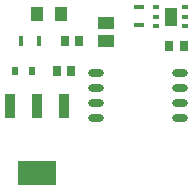
<source format=gtp>
G04*
G04 #@! TF.GenerationSoftware,Altium Limited,Altium Designer,20.1.14 (287)*
G04*
G04 Layer_Color=8421504*
%FSLAX24Y24*%
%MOIN*%
G70*
G04*
G04 #@! TF.SameCoordinates,A3AF8FF9-738B-471D-B888-556D1E7F3E26*
G04*
G04*
G04 #@! TF.FilePolarity,Positive*
G04*
G01*
G75*
%ADD16O,0.0531X0.0236*%
%ADD17R,0.0236X0.0315*%
%ADD18R,0.0413X0.0591*%
%ADD19R,0.0217X0.0158*%
%ADD20R,0.1260X0.0827*%
%ADD21R,0.0354X0.0827*%
%ADD22R,0.0433X0.0472*%
%ADD23R,0.0177X0.0335*%
%ADD24R,0.0276X0.0335*%
%ADD25R,0.0531X0.0413*%
%ADD26R,0.0335X0.0177*%
%ADD27R,0.0295X0.0335*%
D16*
X28390Y41470D02*
D03*
Y41970D02*
D03*
Y42470D02*
D03*
Y42970D02*
D03*
X25614Y41470D02*
D03*
Y41970D02*
D03*
Y42470D02*
D03*
Y42970D02*
D03*
D17*
X22899Y43010D02*
D03*
X23470D02*
D03*
D18*
X28100Y44830D02*
D03*
D19*
X28582Y45145D02*
D03*
Y44830D02*
D03*
Y44515D02*
D03*
X27618Y45145D02*
D03*
Y44830D02*
D03*
Y44515D02*
D03*
D20*
X23640Y39618D02*
D03*
D21*
X22734Y41862D02*
D03*
X23640D02*
D03*
X24546D02*
D03*
D22*
X24450Y44930D02*
D03*
X23623D02*
D03*
D23*
X23710Y44030D02*
D03*
X23119D02*
D03*
D24*
X24294Y43030D02*
D03*
X24786D02*
D03*
X25046Y44020D02*
D03*
X24554D02*
D03*
D25*
X25950Y44025D02*
D03*
Y44615D02*
D03*
D26*
X27040Y44555D02*
D03*
Y45145D02*
D03*
D27*
X28034Y43840D02*
D03*
X28546D02*
D03*
M02*

</source>
